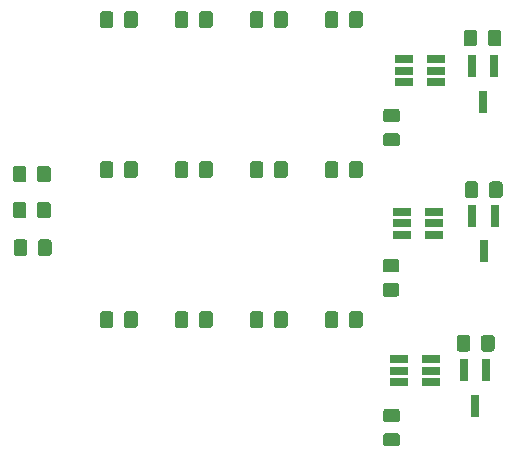
<source format=gbr>
G04 #@! TF.GenerationSoftware,KiCad,Pcbnew,(5.1.5)-3*
G04 #@! TF.CreationDate,2020-02-02T14:59:38+01:00*
G04 #@! TF.ProjectId,12bitbadge,31326269-7462-4616-9467-652e6b696361,rev?*
G04 #@! TF.SameCoordinates,Original*
G04 #@! TF.FileFunction,Paste,Top*
G04 #@! TF.FilePolarity,Positive*
%FSLAX46Y46*%
G04 Gerber Fmt 4.6, Leading zero omitted, Abs format (unit mm)*
G04 Created by KiCad (PCBNEW (5.1.5)-3) date 2020-02-02 14:59:38*
%MOMM*%
%LPD*%
G04 APERTURE LIST*
%ADD10R,0.800000X1.900000*%
%ADD11C,0.100000*%
%ADD12R,1.560000X0.650000*%
G04 APERTURE END LIST*
D10*
X186100000Y-79950000D03*
X185150000Y-76950000D03*
X187050000Y-76950000D03*
X186850000Y-66850000D03*
X185900000Y-63850000D03*
X187800000Y-63850000D03*
X186800000Y-54200000D03*
X185850000Y-51200000D03*
X187750000Y-51200000D03*
D11*
G36*
X187549505Y-73951204D02*
G01*
X187573773Y-73954804D01*
X187597572Y-73960765D01*
X187620671Y-73969030D01*
X187642850Y-73979520D01*
X187663893Y-73992132D01*
X187683599Y-74006747D01*
X187701777Y-74023223D01*
X187718253Y-74041401D01*
X187732868Y-74061107D01*
X187745480Y-74082150D01*
X187755970Y-74104329D01*
X187764235Y-74127428D01*
X187770196Y-74151227D01*
X187773796Y-74175495D01*
X187775000Y-74199999D01*
X187775000Y-75100001D01*
X187773796Y-75124505D01*
X187770196Y-75148773D01*
X187764235Y-75172572D01*
X187755970Y-75195671D01*
X187745480Y-75217850D01*
X187732868Y-75238893D01*
X187718253Y-75258599D01*
X187701777Y-75276777D01*
X187683599Y-75293253D01*
X187663893Y-75307868D01*
X187642850Y-75320480D01*
X187620671Y-75330970D01*
X187597572Y-75339235D01*
X187573773Y-75345196D01*
X187549505Y-75348796D01*
X187525001Y-75350000D01*
X186874999Y-75350000D01*
X186850495Y-75348796D01*
X186826227Y-75345196D01*
X186802428Y-75339235D01*
X186779329Y-75330970D01*
X186757150Y-75320480D01*
X186736107Y-75307868D01*
X186716401Y-75293253D01*
X186698223Y-75276777D01*
X186681747Y-75258599D01*
X186667132Y-75238893D01*
X186654520Y-75217850D01*
X186644030Y-75195671D01*
X186635765Y-75172572D01*
X186629804Y-75148773D01*
X186626204Y-75124505D01*
X186625000Y-75100001D01*
X186625000Y-74199999D01*
X186626204Y-74175495D01*
X186629804Y-74151227D01*
X186635765Y-74127428D01*
X186644030Y-74104329D01*
X186654520Y-74082150D01*
X186667132Y-74061107D01*
X186681747Y-74041401D01*
X186698223Y-74023223D01*
X186716401Y-74006747D01*
X186736107Y-73992132D01*
X186757150Y-73979520D01*
X186779329Y-73969030D01*
X186802428Y-73960765D01*
X186826227Y-73954804D01*
X186850495Y-73951204D01*
X186874999Y-73950000D01*
X187525001Y-73950000D01*
X187549505Y-73951204D01*
G37*
G36*
X185499505Y-73951204D02*
G01*
X185523773Y-73954804D01*
X185547572Y-73960765D01*
X185570671Y-73969030D01*
X185592850Y-73979520D01*
X185613893Y-73992132D01*
X185633599Y-74006747D01*
X185651777Y-74023223D01*
X185668253Y-74041401D01*
X185682868Y-74061107D01*
X185695480Y-74082150D01*
X185705970Y-74104329D01*
X185714235Y-74127428D01*
X185720196Y-74151227D01*
X185723796Y-74175495D01*
X185725000Y-74199999D01*
X185725000Y-75100001D01*
X185723796Y-75124505D01*
X185720196Y-75148773D01*
X185714235Y-75172572D01*
X185705970Y-75195671D01*
X185695480Y-75217850D01*
X185682868Y-75238893D01*
X185668253Y-75258599D01*
X185651777Y-75276777D01*
X185633599Y-75293253D01*
X185613893Y-75307868D01*
X185592850Y-75320480D01*
X185570671Y-75330970D01*
X185547572Y-75339235D01*
X185523773Y-75345196D01*
X185499505Y-75348796D01*
X185475001Y-75350000D01*
X184824999Y-75350000D01*
X184800495Y-75348796D01*
X184776227Y-75345196D01*
X184752428Y-75339235D01*
X184729329Y-75330970D01*
X184707150Y-75320480D01*
X184686107Y-75307868D01*
X184666401Y-75293253D01*
X184648223Y-75276777D01*
X184631747Y-75258599D01*
X184617132Y-75238893D01*
X184604520Y-75217850D01*
X184594030Y-75195671D01*
X184585765Y-75172572D01*
X184579804Y-75148773D01*
X184576204Y-75124505D01*
X184575000Y-75100001D01*
X184575000Y-74199999D01*
X184576204Y-74175495D01*
X184579804Y-74151227D01*
X184585765Y-74127428D01*
X184594030Y-74104329D01*
X184604520Y-74082150D01*
X184617132Y-74061107D01*
X184631747Y-74041401D01*
X184648223Y-74023223D01*
X184666401Y-74006747D01*
X184686107Y-73992132D01*
X184707150Y-73979520D01*
X184729329Y-73969030D01*
X184752428Y-73960765D01*
X184776227Y-73954804D01*
X184800495Y-73951204D01*
X184824999Y-73950000D01*
X185475001Y-73950000D01*
X185499505Y-73951204D01*
G37*
G36*
X188224505Y-60951204D02*
G01*
X188248773Y-60954804D01*
X188272572Y-60960765D01*
X188295671Y-60969030D01*
X188317850Y-60979520D01*
X188338893Y-60992132D01*
X188358599Y-61006747D01*
X188376777Y-61023223D01*
X188393253Y-61041401D01*
X188407868Y-61061107D01*
X188420480Y-61082150D01*
X188430970Y-61104329D01*
X188439235Y-61127428D01*
X188445196Y-61151227D01*
X188448796Y-61175495D01*
X188450000Y-61199999D01*
X188450000Y-62100001D01*
X188448796Y-62124505D01*
X188445196Y-62148773D01*
X188439235Y-62172572D01*
X188430970Y-62195671D01*
X188420480Y-62217850D01*
X188407868Y-62238893D01*
X188393253Y-62258599D01*
X188376777Y-62276777D01*
X188358599Y-62293253D01*
X188338893Y-62307868D01*
X188317850Y-62320480D01*
X188295671Y-62330970D01*
X188272572Y-62339235D01*
X188248773Y-62345196D01*
X188224505Y-62348796D01*
X188200001Y-62350000D01*
X187549999Y-62350000D01*
X187525495Y-62348796D01*
X187501227Y-62345196D01*
X187477428Y-62339235D01*
X187454329Y-62330970D01*
X187432150Y-62320480D01*
X187411107Y-62307868D01*
X187391401Y-62293253D01*
X187373223Y-62276777D01*
X187356747Y-62258599D01*
X187342132Y-62238893D01*
X187329520Y-62217850D01*
X187319030Y-62195671D01*
X187310765Y-62172572D01*
X187304804Y-62148773D01*
X187301204Y-62124505D01*
X187300000Y-62100001D01*
X187300000Y-61199999D01*
X187301204Y-61175495D01*
X187304804Y-61151227D01*
X187310765Y-61127428D01*
X187319030Y-61104329D01*
X187329520Y-61082150D01*
X187342132Y-61061107D01*
X187356747Y-61041401D01*
X187373223Y-61023223D01*
X187391401Y-61006747D01*
X187411107Y-60992132D01*
X187432150Y-60979520D01*
X187454329Y-60969030D01*
X187477428Y-60960765D01*
X187501227Y-60954804D01*
X187525495Y-60951204D01*
X187549999Y-60950000D01*
X188200001Y-60950000D01*
X188224505Y-60951204D01*
G37*
G36*
X186174505Y-60951204D02*
G01*
X186198773Y-60954804D01*
X186222572Y-60960765D01*
X186245671Y-60969030D01*
X186267850Y-60979520D01*
X186288893Y-60992132D01*
X186308599Y-61006747D01*
X186326777Y-61023223D01*
X186343253Y-61041401D01*
X186357868Y-61061107D01*
X186370480Y-61082150D01*
X186380970Y-61104329D01*
X186389235Y-61127428D01*
X186395196Y-61151227D01*
X186398796Y-61175495D01*
X186400000Y-61199999D01*
X186400000Y-62100001D01*
X186398796Y-62124505D01*
X186395196Y-62148773D01*
X186389235Y-62172572D01*
X186380970Y-62195671D01*
X186370480Y-62217850D01*
X186357868Y-62238893D01*
X186343253Y-62258599D01*
X186326777Y-62276777D01*
X186308599Y-62293253D01*
X186288893Y-62307868D01*
X186267850Y-62320480D01*
X186245671Y-62330970D01*
X186222572Y-62339235D01*
X186198773Y-62345196D01*
X186174505Y-62348796D01*
X186150001Y-62350000D01*
X185499999Y-62350000D01*
X185475495Y-62348796D01*
X185451227Y-62345196D01*
X185427428Y-62339235D01*
X185404329Y-62330970D01*
X185382150Y-62320480D01*
X185361107Y-62307868D01*
X185341401Y-62293253D01*
X185323223Y-62276777D01*
X185306747Y-62258599D01*
X185292132Y-62238893D01*
X185279520Y-62217850D01*
X185269030Y-62195671D01*
X185260765Y-62172572D01*
X185254804Y-62148773D01*
X185251204Y-62124505D01*
X185250000Y-62100001D01*
X185250000Y-61199999D01*
X185251204Y-61175495D01*
X185254804Y-61151227D01*
X185260765Y-61127428D01*
X185269030Y-61104329D01*
X185279520Y-61082150D01*
X185292132Y-61061107D01*
X185306747Y-61041401D01*
X185323223Y-61023223D01*
X185341401Y-61006747D01*
X185361107Y-60992132D01*
X185382150Y-60979520D01*
X185404329Y-60969030D01*
X185427428Y-60960765D01*
X185451227Y-60954804D01*
X185475495Y-60951204D01*
X185499999Y-60950000D01*
X186150001Y-60950000D01*
X186174505Y-60951204D01*
G37*
G36*
X188124505Y-48101204D02*
G01*
X188148773Y-48104804D01*
X188172572Y-48110765D01*
X188195671Y-48119030D01*
X188217850Y-48129520D01*
X188238893Y-48142132D01*
X188258599Y-48156747D01*
X188276777Y-48173223D01*
X188293253Y-48191401D01*
X188307868Y-48211107D01*
X188320480Y-48232150D01*
X188330970Y-48254329D01*
X188339235Y-48277428D01*
X188345196Y-48301227D01*
X188348796Y-48325495D01*
X188350000Y-48349999D01*
X188350000Y-49250001D01*
X188348796Y-49274505D01*
X188345196Y-49298773D01*
X188339235Y-49322572D01*
X188330970Y-49345671D01*
X188320480Y-49367850D01*
X188307868Y-49388893D01*
X188293253Y-49408599D01*
X188276777Y-49426777D01*
X188258599Y-49443253D01*
X188238893Y-49457868D01*
X188217850Y-49470480D01*
X188195671Y-49480970D01*
X188172572Y-49489235D01*
X188148773Y-49495196D01*
X188124505Y-49498796D01*
X188100001Y-49500000D01*
X187449999Y-49500000D01*
X187425495Y-49498796D01*
X187401227Y-49495196D01*
X187377428Y-49489235D01*
X187354329Y-49480970D01*
X187332150Y-49470480D01*
X187311107Y-49457868D01*
X187291401Y-49443253D01*
X187273223Y-49426777D01*
X187256747Y-49408599D01*
X187242132Y-49388893D01*
X187229520Y-49367850D01*
X187219030Y-49345671D01*
X187210765Y-49322572D01*
X187204804Y-49298773D01*
X187201204Y-49274505D01*
X187200000Y-49250001D01*
X187200000Y-48349999D01*
X187201204Y-48325495D01*
X187204804Y-48301227D01*
X187210765Y-48277428D01*
X187219030Y-48254329D01*
X187229520Y-48232150D01*
X187242132Y-48211107D01*
X187256747Y-48191401D01*
X187273223Y-48173223D01*
X187291401Y-48156747D01*
X187311107Y-48142132D01*
X187332150Y-48129520D01*
X187354329Y-48119030D01*
X187377428Y-48110765D01*
X187401227Y-48104804D01*
X187425495Y-48101204D01*
X187449999Y-48100000D01*
X188100001Y-48100000D01*
X188124505Y-48101204D01*
G37*
G36*
X186074505Y-48101204D02*
G01*
X186098773Y-48104804D01*
X186122572Y-48110765D01*
X186145671Y-48119030D01*
X186167850Y-48129520D01*
X186188893Y-48142132D01*
X186208599Y-48156747D01*
X186226777Y-48173223D01*
X186243253Y-48191401D01*
X186257868Y-48211107D01*
X186270480Y-48232150D01*
X186280970Y-48254329D01*
X186289235Y-48277428D01*
X186295196Y-48301227D01*
X186298796Y-48325495D01*
X186300000Y-48349999D01*
X186300000Y-49250001D01*
X186298796Y-49274505D01*
X186295196Y-49298773D01*
X186289235Y-49322572D01*
X186280970Y-49345671D01*
X186270480Y-49367850D01*
X186257868Y-49388893D01*
X186243253Y-49408599D01*
X186226777Y-49426777D01*
X186208599Y-49443253D01*
X186188893Y-49457868D01*
X186167850Y-49470480D01*
X186145671Y-49480970D01*
X186122572Y-49489235D01*
X186098773Y-49495196D01*
X186074505Y-49498796D01*
X186050001Y-49500000D01*
X185399999Y-49500000D01*
X185375495Y-49498796D01*
X185351227Y-49495196D01*
X185327428Y-49489235D01*
X185304329Y-49480970D01*
X185282150Y-49470480D01*
X185261107Y-49457868D01*
X185241401Y-49443253D01*
X185223223Y-49426777D01*
X185206747Y-49408599D01*
X185192132Y-49388893D01*
X185179520Y-49367850D01*
X185169030Y-49345671D01*
X185160765Y-49322572D01*
X185154804Y-49298773D01*
X185151204Y-49274505D01*
X185150000Y-49250001D01*
X185150000Y-48349999D01*
X185151204Y-48325495D01*
X185154804Y-48301227D01*
X185160765Y-48277428D01*
X185169030Y-48254329D01*
X185179520Y-48232150D01*
X185192132Y-48211107D01*
X185206747Y-48191401D01*
X185223223Y-48173223D01*
X185241401Y-48156747D01*
X185261107Y-48142132D01*
X185282150Y-48129520D01*
X185304329Y-48119030D01*
X185327428Y-48110765D01*
X185351227Y-48104804D01*
X185375495Y-48101204D01*
X185399999Y-48100000D01*
X186050001Y-48100000D01*
X186074505Y-48101204D01*
G37*
D12*
X182400000Y-76962000D03*
X182400000Y-76012000D03*
X182400000Y-77912000D03*
X179700000Y-77912000D03*
X179700000Y-76962000D03*
X179700000Y-76012000D03*
X182650000Y-64500000D03*
X182650000Y-63550000D03*
X182650000Y-65450000D03*
X179950000Y-65450000D03*
X179950000Y-64500000D03*
X179950000Y-63550000D03*
X182800000Y-51562000D03*
X182800000Y-50612000D03*
X182800000Y-52512000D03*
X180100000Y-52512000D03*
X180100000Y-51562000D03*
X180100000Y-50612000D03*
D11*
G36*
X147993005Y-65849204D02*
G01*
X148017273Y-65852804D01*
X148041072Y-65858765D01*
X148064171Y-65867030D01*
X148086350Y-65877520D01*
X148107393Y-65890132D01*
X148127099Y-65904747D01*
X148145277Y-65921223D01*
X148161753Y-65939401D01*
X148176368Y-65959107D01*
X148188980Y-65980150D01*
X148199470Y-66002329D01*
X148207735Y-66025428D01*
X148213696Y-66049227D01*
X148217296Y-66073495D01*
X148218500Y-66097999D01*
X148218500Y-66998001D01*
X148217296Y-67022505D01*
X148213696Y-67046773D01*
X148207735Y-67070572D01*
X148199470Y-67093671D01*
X148188980Y-67115850D01*
X148176368Y-67136893D01*
X148161753Y-67156599D01*
X148145277Y-67174777D01*
X148127099Y-67191253D01*
X148107393Y-67205868D01*
X148086350Y-67218480D01*
X148064171Y-67228970D01*
X148041072Y-67237235D01*
X148017273Y-67243196D01*
X147993005Y-67246796D01*
X147968501Y-67248000D01*
X147318499Y-67248000D01*
X147293995Y-67246796D01*
X147269727Y-67243196D01*
X147245928Y-67237235D01*
X147222829Y-67228970D01*
X147200650Y-67218480D01*
X147179607Y-67205868D01*
X147159901Y-67191253D01*
X147141723Y-67174777D01*
X147125247Y-67156599D01*
X147110632Y-67136893D01*
X147098020Y-67115850D01*
X147087530Y-67093671D01*
X147079265Y-67070572D01*
X147073304Y-67046773D01*
X147069704Y-67022505D01*
X147068500Y-66998001D01*
X147068500Y-66097999D01*
X147069704Y-66073495D01*
X147073304Y-66049227D01*
X147079265Y-66025428D01*
X147087530Y-66002329D01*
X147098020Y-65980150D01*
X147110632Y-65959107D01*
X147125247Y-65939401D01*
X147141723Y-65921223D01*
X147159901Y-65904747D01*
X147179607Y-65890132D01*
X147200650Y-65877520D01*
X147222829Y-65867030D01*
X147245928Y-65858765D01*
X147269727Y-65852804D01*
X147293995Y-65849204D01*
X147318499Y-65848000D01*
X147968501Y-65848000D01*
X147993005Y-65849204D01*
G37*
G36*
X150043005Y-65849204D02*
G01*
X150067273Y-65852804D01*
X150091072Y-65858765D01*
X150114171Y-65867030D01*
X150136350Y-65877520D01*
X150157393Y-65890132D01*
X150177099Y-65904747D01*
X150195277Y-65921223D01*
X150211753Y-65939401D01*
X150226368Y-65959107D01*
X150238980Y-65980150D01*
X150249470Y-66002329D01*
X150257735Y-66025428D01*
X150263696Y-66049227D01*
X150267296Y-66073495D01*
X150268500Y-66097999D01*
X150268500Y-66998001D01*
X150267296Y-67022505D01*
X150263696Y-67046773D01*
X150257735Y-67070572D01*
X150249470Y-67093671D01*
X150238980Y-67115850D01*
X150226368Y-67136893D01*
X150211753Y-67156599D01*
X150195277Y-67174777D01*
X150177099Y-67191253D01*
X150157393Y-67205868D01*
X150136350Y-67218480D01*
X150114171Y-67228970D01*
X150091072Y-67237235D01*
X150067273Y-67243196D01*
X150043005Y-67246796D01*
X150018501Y-67248000D01*
X149368499Y-67248000D01*
X149343995Y-67246796D01*
X149319727Y-67243196D01*
X149295928Y-67237235D01*
X149272829Y-67228970D01*
X149250650Y-67218480D01*
X149229607Y-67205868D01*
X149209901Y-67191253D01*
X149191723Y-67174777D01*
X149175247Y-67156599D01*
X149160632Y-67136893D01*
X149148020Y-67115850D01*
X149137530Y-67093671D01*
X149129265Y-67070572D01*
X149123304Y-67046773D01*
X149119704Y-67022505D01*
X149118500Y-66998001D01*
X149118500Y-66097999D01*
X149119704Y-66073495D01*
X149123304Y-66049227D01*
X149129265Y-66025428D01*
X149137530Y-66002329D01*
X149148020Y-65980150D01*
X149160632Y-65959107D01*
X149175247Y-65939401D01*
X149191723Y-65921223D01*
X149209901Y-65904747D01*
X149229607Y-65890132D01*
X149250650Y-65877520D01*
X149272829Y-65867030D01*
X149295928Y-65858765D01*
X149319727Y-65852804D01*
X149343995Y-65849204D01*
X149368499Y-65848000D01*
X150018501Y-65848000D01*
X150043005Y-65849204D01*
G37*
G36*
X147914505Y-62674204D02*
G01*
X147938773Y-62677804D01*
X147962572Y-62683765D01*
X147985671Y-62692030D01*
X148007850Y-62702520D01*
X148028893Y-62715132D01*
X148048599Y-62729747D01*
X148066777Y-62746223D01*
X148083253Y-62764401D01*
X148097868Y-62784107D01*
X148110480Y-62805150D01*
X148120970Y-62827329D01*
X148129235Y-62850428D01*
X148135196Y-62874227D01*
X148138796Y-62898495D01*
X148140000Y-62922999D01*
X148140000Y-63823001D01*
X148138796Y-63847505D01*
X148135196Y-63871773D01*
X148129235Y-63895572D01*
X148120970Y-63918671D01*
X148110480Y-63940850D01*
X148097868Y-63961893D01*
X148083253Y-63981599D01*
X148066777Y-63999777D01*
X148048599Y-64016253D01*
X148028893Y-64030868D01*
X148007850Y-64043480D01*
X147985671Y-64053970D01*
X147962572Y-64062235D01*
X147938773Y-64068196D01*
X147914505Y-64071796D01*
X147890001Y-64073000D01*
X147239999Y-64073000D01*
X147215495Y-64071796D01*
X147191227Y-64068196D01*
X147167428Y-64062235D01*
X147144329Y-64053970D01*
X147122150Y-64043480D01*
X147101107Y-64030868D01*
X147081401Y-64016253D01*
X147063223Y-63999777D01*
X147046747Y-63981599D01*
X147032132Y-63961893D01*
X147019520Y-63940850D01*
X147009030Y-63918671D01*
X147000765Y-63895572D01*
X146994804Y-63871773D01*
X146991204Y-63847505D01*
X146990000Y-63823001D01*
X146990000Y-62922999D01*
X146991204Y-62898495D01*
X146994804Y-62874227D01*
X147000765Y-62850428D01*
X147009030Y-62827329D01*
X147019520Y-62805150D01*
X147032132Y-62784107D01*
X147046747Y-62764401D01*
X147063223Y-62746223D01*
X147081401Y-62729747D01*
X147101107Y-62715132D01*
X147122150Y-62702520D01*
X147144329Y-62692030D01*
X147167428Y-62683765D01*
X147191227Y-62677804D01*
X147215495Y-62674204D01*
X147239999Y-62673000D01*
X147890001Y-62673000D01*
X147914505Y-62674204D01*
G37*
G36*
X149964505Y-62674204D02*
G01*
X149988773Y-62677804D01*
X150012572Y-62683765D01*
X150035671Y-62692030D01*
X150057850Y-62702520D01*
X150078893Y-62715132D01*
X150098599Y-62729747D01*
X150116777Y-62746223D01*
X150133253Y-62764401D01*
X150147868Y-62784107D01*
X150160480Y-62805150D01*
X150170970Y-62827329D01*
X150179235Y-62850428D01*
X150185196Y-62874227D01*
X150188796Y-62898495D01*
X150190000Y-62922999D01*
X150190000Y-63823001D01*
X150188796Y-63847505D01*
X150185196Y-63871773D01*
X150179235Y-63895572D01*
X150170970Y-63918671D01*
X150160480Y-63940850D01*
X150147868Y-63961893D01*
X150133253Y-63981599D01*
X150116777Y-63999777D01*
X150098599Y-64016253D01*
X150078893Y-64030868D01*
X150057850Y-64043480D01*
X150035671Y-64053970D01*
X150012572Y-64062235D01*
X149988773Y-64068196D01*
X149964505Y-64071796D01*
X149940001Y-64073000D01*
X149289999Y-64073000D01*
X149265495Y-64071796D01*
X149241227Y-64068196D01*
X149217428Y-64062235D01*
X149194329Y-64053970D01*
X149172150Y-64043480D01*
X149151107Y-64030868D01*
X149131401Y-64016253D01*
X149113223Y-63999777D01*
X149096747Y-63981599D01*
X149082132Y-63961893D01*
X149069520Y-63940850D01*
X149059030Y-63918671D01*
X149050765Y-63895572D01*
X149044804Y-63871773D01*
X149041204Y-63847505D01*
X149040000Y-63823001D01*
X149040000Y-62922999D01*
X149041204Y-62898495D01*
X149044804Y-62874227D01*
X149050765Y-62850428D01*
X149059030Y-62827329D01*
X149069520Y-62805150D01*
X149082132Y-62784107D01*
X149096747Y-62764401D01*
X149113223Y-62746223D01*
X149131401Y-62729747D01*
X149151107Y-62715132D01*
X149172150Y-62702520D01*
X149194329Y-62692030D01*
X149217428Y-62683765D01*
X149241227Y-62677804D01*
X149265495Y-62674204D01*
X149289999Y-62673000D01*
X149940001Y-62673000D01*
X149964505Y-62674204D01*
G37*
G36*
X147914505Y-59626204D02*
G01*
X147938773Y-59629804D01*
X147962572Y-59635765D01*
X147985671Y-59644030D01*
X148007850Y-59654520D01*
X148028893Y-59667132D01*
X148048599Y-59681747D01*
X148066777Y-59698223D01*
X148083253Y-59716401D01*
X148097868Y-59736107D01*
X148110480Y-59757150D01*
X148120970Y-59779329D01*
X148129235Y-59802428D01*
X148135196Y-59826227D01*
X148138796Y-59850495D01*
X148140000Y-59874999D01*
X148140000Y-60775001D01*
X148138796Y-60799505D01*
X148135196Y-60823773D01*
X148129235Y-60847572D01*
X148120970Y-60870671D01*
X148110480Y-60892850D01*
X148097868Y-60913893D01*
X148083253Y-60933599D01*
X148066777Y-60951777D01*
X148048599Y-60968253D01*
X148028893Y-60982868D01*
X148007850Y-60995480D01*
X147985671Y-61005970D01*
X147962572Y-61014235D01*
X147938773Y-61020196D01*
X147914505Y-61023796D01*
X147890001Y-61025000D01*
X147239999Y-61025000D01*
X147215495Y-61023796D01*
X147191227Y-61020196D01*
X147167428Y-61014235D01*
X147144329Y-61005970D01*
X147122150Y-60995480D01*
X147101107Y-60982868D01*
X147081401Y-60968253D01*
X147063223Y-60951777D01*
X147046747Y-60933599D01*
X147032132Y-60913893D01*
X147019520Y-60892850D01*
X147009030Y-60870671D01*
X147000765Y-60847572D01*
X146994804Y-60823773D01*
X146991204Y-60799505D01*
X146990000Y-60775001D01*
X146990000Y-59874999D01*
X146991204Y-59850495D01*
X146994804Y-59826227D01*
X147000765Y-59802428D01*
X147009030Y-59779329D01*
X147019520Y-59757150D01*
X147032132Y-59736107D01*
X147046747Y-59716401D01*
X147063223Y-59698223D01*
X147081401Y-59681747D01*
X147101107Y-59667132D01*
X147122150Y-59654520D01*
X147144329Y-59644030D01*
X147167428Y-59635765D01*
X147191227Y-59629804D01*
X147215495Y-59626204D01*
X147239999Y-59625000D01*
X147890001Y-59625000D01*
X147914505Y-59626204D01*
G37*
G36*
X149964505Y-59626204D02*
G01*
X149988773Y-59629804D01*
X150012572Y-59635765D01*
X150035671Y-59644030D01*
X150057850Y-59654520D01*
X150078893Y-59667132D01*
X150098599Y-59681747D01*
X150116777Y-59698223D01*
X150133253Y-59716401D01*
X150147868Y-59736107D01*
X150160480Y-59757150D01*
X150170970Y-59779329D01*
X150179235Y-59802428D01*
X150185196Y-59826227D01*
X150188796Y-59850495D01*
X150190000Y-59874999D01*
X150190000Y-60775001D01*
X150188796Y-60799505D01*
X150185196Y-60823773D01*
X150179235Y-60847572D01*
X150170970Y-60870671D01*
X150160480Y-60892850D01*
X150147868Y-60913893D01*
X150133253Y-60933599D01*
X150116777Y-60951777D01*
X150098599Y-60968253D01*
X150078893Y-60982868D01*
X150057850Y-60995480D01*
X150035671Y-61005970D01*
X150012572Y-61014235D01*
X149988773Y-61020196D01*
X149964505Y-61023796D01*
X149940001Y-61025000D01*
X149289999Y-61025000D01*
X149265495Y-61023796D01*
X149241227Y-61020196D01*
X149217428Y-61014235D01*
X149194329Y-61005970D01*
X149172150Y-60995480D01*
X149151107Y-60982868D01*
X149131401Y-60968253D01*
X149113223Y-60951777D01*
X149096747Y-60933599D01*
X149082132Y-60913893D01*
X149069520Y-60892850D01*
X149059030Y-60870671D01*
X149050765Y-60847572D01*
X149044804Y-60823773D01*
X149041204Y-60799505D01*
X149040000Y-60775001D01*
X149040000Y-59874999D01*
X149041204Y-59850495D01*
X149044804Y-59826227D01*
X149050765Y-59802428D01*
X149059030Y-59779329D01*
X149069520Y-59757150D01*
X149082132Y-59736107D01*
X149096747Y-59716401D01*
X149113223Y-59698223D01*
X149131401Y-59681747D01*
X149151107Y-59667132D01*
X149172150Y-59654520D01*
X149194329Y-59644030D01*
X149217428Y-59635765D01*
X149241227Y-59629804D01*
X149265495Y-59626204D01*
X149289999Y-59625000D01*
X149940001Y-59625000D01*
X149964505Y-59626204D01*
G37*
G36*
X179524505Y-80188704D02*
G01*
X179548773Y-80192304D01*
X179572572Y-80198265D01*
X179595671Y-80206530D01*
X179617850Y-80217020D01*
X179638893Y-80229632D01*
X179658599Y-80244247D01*
X179676777Y-80260723D01*
X179693253Y-80278901D01*
X179707868Y-80298607D01*
X179720480Y-80319650D01*
X179730970Y-80341829D01*
X179739235Y-80364928D01*
X179745196Y-80388727D01*
X179748796Y-80412995D01*
X179750000Y-80437499D01*
X179750000Y-81087501D01*
X179748796Y-81112005D01*
X179745196Y-81136273D01*
X179739235Y-81160072D01*
X179730970Y-81183171D01*
X179720480Y-81205350D01*
X179707868Y-81226393D01*
X179693253Y-81246099D01*
X179676777Y-81264277D01*
X179658599Y-81280753D01*
X179638893Y-81295368D01*
X179617850Y-81307980D01*
X179595671Y-81318470D01*
X179572572Y-81326735D01*
X179548773Y-81332696D01*
X179524505Y-81336296D01*
X179500001Y-81337500D01*
X178599999Y-81337500D01*
X178575495Y-81336296D01*
X178551227Y-81332696D01*
X178527428Y-81326735D01*
X178504329Y-81318470D01*
X178482150Y-81307980D01*
X178461107Y-81295368D01*
X178441401Y-81280753D01*
X178423223Y-81264277D01*
X178406747Y-81246099D01*
X178392132Y-81226393D01*
X178379520Y-81205350D01*
X178369030Y-81183171D01*
X178360765Y-81160072D01*
X178354804Y-81136273D01*
X178351204Y-81112005D01*
X178350000Y-81087501D01*
X178350000Y-80437499D01*
X178351204Y-80412995D01*
X178354804Y-80388727D01*
X178360765Y-80364928D01*
X178369030Y-80341829D01*
X178379520Y-80319650D01*
X178392132Y-80298607D01*
X178406747Y-80278901D01*
X178423223Y-80260723D01*
X178441401Y-80244247D01*
X178461107Y-80229632D01*
X178482150Y-80217020D01*
X178504329Y-80206530D01*
X178527428Y-80198265D01*
X178551227Y-80192304D01*
X178575495Y-80188704D01*
X178599999Y-80187500D01*
X179500001Y-80187500D01*
X179524505Y-80188704D01*
G37*
G36*
X179524505Y-82238704D02*
G01*
X179548773Y-82242304D01*
X179572572Y-82248265D01*
X179595671Y-82256530D01*
X179617850Y-82267020D01*
X179638893Y-82279632D01*
X179658599Y-82294247D01*
X179676777Y-82310723D01*
X179693253Y-82328901D01*
X179707868Y-82348607D01*
X179720480Y-82369650D01*
X179730970Y-82391829D01*
X179739235Y-82414928D01*
X179745196Y-82438727D01*
X179748796Y-82462995D01*
X179750000Y-82487499D01*
X179750000Y-83137501D01*
X179748796Y-83162005D01*
X179745196Y-83186273D01*
X179739235Y-83210072D01*
X179730970Y-83233171D01*
X179720480Y-83255350D01*
X179707868Y-83276393D01*
X179693253Y-83296099D01*
X179676777Y-83314277D01*
X179658599Y-83330753D01*
X179638893Y-83345368D01*
X179617850Y-83357980D01*
X179595671Y-83368470D01*
X179572572Y-83376735D01*
X179548773Y-83382696D01*
X179524505Y-83386296D01*
X179500001Y-83387500D01*
X178599999Y-83387500D01*
X178575495Y-83386296D01*
X178551227Y-83382696D01*
X178527428Y-83376735D01*
X178504329Y-83368470D01*
X178482150Y-83357980D01*
X178461107Y-83345368D01*
X178441401Y-83330753D01*
X178423223Y-83314277D01*
X178406747Y-83296099D01*
X178392132Y-83276393D01*
X178379520Y-83255350D01*
X178369030Y-83233171D01*
X178360765Y-83210072D01*
X178354804Y-83186273D01*
X178351204Y-83162005D01*
X178350000Y-83137501D01*
X178350000Y-82487499D01*
X178351204Y-82462995D01*
X178354804Y-82438727D01*
X178360765Y-82414928D01*
X178369030Y-82391829D01*
X178379520Y-82369650D01*
X178392132Y-82348607D01*
X178406747Y-82328901D01*
X178423223Y-82310723D01*
X178441401Y-82294247D01*
X178461107Y-82279632D01*
X178482150Y-82267020D01*
X178504329Y-82256530D01*
X178527428Y-82248265D01*
X178551227Y-82242304D01*
X178575495Y-82238704D01*
X178599999Y-82237500D01*
X179500001Y-82237500D01*
X179524505Y-82238704D01*
G37*
G36*
X176380505Y-71945204D02*
G01*
X176404773Y-71948804D01*
X176428572Y-71954765D01*
X176451671Y-71963030D01*
X176473850Y-71973520D01*
X176494893Y-71986132D01*
X176514599Y-72000747D01*
X176532777Y-72017223D01*
X176549253Y-72035401D01*
X176563868Y-72055107D01*
X176576480Y-72076150D01*
X176586970Y-72098329D01*
X176595235Y-72121428D01*
X176601196Y-72145227D01*
X176604796Y-72169495D01*
X176606000Y-72193999D01*
X176606000Y-73094001D01*
X176604796Y-73118505D01*
X176601196Y-73142773D01*
X176595235Y-73166572D01*
X176586970Y-73189671D01*
X176576480Y-73211850D01*
X176563868Y-73232893D01*
X176549253Y-73252599D01*
X176532777Y-73270777D01*
X176514599Y-73287253D01*
X176494893Y-73301868D01*
X176473850Y-73314480D01*
X176451671Y-73324970D01*
X176428572Y-73333235D01*
X176404773Y-73339196D01*
X176380505Y-73342796D01*
X176356001Y-73344000D01*
X175705999Y-73344000D01*
X175681495Y-73342796D01*
X175657227Y-73339196D01*
X175633428Y-73333235D01*
X175610329Y-73324970D01*
X175588150Y-73314480D01*
X175567107Y-73301868D01*
X175547401Y-73287253D01*
X175529223Y-73270777D01*
X175512747Y-73252599D01*
X175498132Y-73232893D01*
X175485520Y-73211850D01*
X175475030Y-73189671D01*
X175466765Y-73166572D01*
X175460804Y-73142773D01*
X175457204Y-73118505D01*
X175456000Y-73094001D01*
X175456000Y-72193999D01*
X175457204Y-72169495D01*
X175460804Y-72145227D01*
X175466765Y-72121428D01*
X175475030Y-72098329D01*
X175485520Y-72076150D01*
X175498132Y-72055107D01*
X175512747Y-72035401D01*
X175529223Y-72017223D01*
X175547401Y-72000747D01*
X175567107Y-71986132D01*
X175588150Y-71973520D01*
X175610329Y-71963030D01*
X175633428Y-71954765D01*
X175657227Y-71948804D01*
X175681495Y-71945204D01*
X175705999Y-71944000D01*
X176356001Y-71944000D01*
X176380505Y-71945204D01*
G37*
G36*
X174330505Y-71945204D02*
G01*
X174354773Y-71948804D01*
X174378572Y-71954765D01*
X174401671Y-71963030D01*
X174423850Y-71973520D01*
X174444893Y-71986132D01*
X174464599Y-72000747D01*
X174482777Y-72017223D01*
X174499253Y-72035401D01*
X174513868Y-72055107D01*
X174526480Y-72076150D01*
X174536970Y-72098329D01*
X174545235Y-72121428D01*
X174551196Y-72145227D01*
X174554796Y-72169495D01*
X174556000Y-72193999D01*
X174556000Y-73094001D01*
X174554796Y-73118505D01*
X174551196Y-73142773D01*
X174545235Y-73166572D01*
X174536970Y-73189671D01*
X174526480Y-73211850D01*
X174513868Y-73232893D01*
X174499253Y-73252599D01*
X174482777Y-73270777D01*
X174464599Y-73287253D01*
X174444893Y-73301868D01*
X174423850Y-73314480D01*
X174401671Y-73324970D01*
X174378572Y-73333235D01*
X174354773Y-73339196D01*
X174330505Y-73342796D01*
X174306001Y-73344000D01*
X173655999Y-73344000D01*
X173631495Y-73342796D01*
X173607227Y-73339196D01*
X173583428Y-73333235D01*
X173560329Y-73324970D01*
X173538150Y-73314480D01*
X173517107Y-73301868D01*
X173497401Y-73287253D01*
X173479223Y-73270777D01*
X173462747Y-73252599D01*
X173448132Y-73232893D01*
X173435520Y-73211850D01*
X173425030Y-73189671D01*
X173416765Y-73166572D01*
X173410804Y-73142773D01*
X173407204Y-73118505D01*
X173406000Y-73094001D01*
X173406000Y-72193999D01*
X173407204Y-72169495D01*
X173410804Y-72145227D01*
X173416765Y-72121428D01*
X173425030Y-72098329D01*
X173435520Y-72076150D01*
X173448132Y-72055107D01*
X173462747Y-72035401D01*
X173479223Y-72017223D01*
X173497401Y-72000747D01*
X173517107Y-71986132D01*
X173538150Y-71973520D01*
X173560329Y-71963030D01*
X173583428Y-71954765D01*
X173607227Y-71948804D01*
X173631495Y-71945204D01*
X173655999Y-71944000D01*
X174306001Y-71944000D01*
X174330505Y-71945204D01*
G37*
G36*
X170030505Y-71945204D02*
G01*
X170054773Y-71948804D01*
X170078572Y-71954765D01*
X170101671Y-71963030D01*
X170123850Y-71973520D01*
X170144893Y-71986132D01*
X170164599Y-72000747D01*
X170182777Y-72017223D01*
X170199253Y-72035401D01*
X170213868Y-72055107D01*
X170226480Y-72076150D01*
X170236970Y-72098329D01*
X170245235Y-72121428D01*
X170251196Y-72145227D01*
X170254796Y-72169495D01*
X170256000Y-72193999D01*
X170256000Y-73094001D01*
X170254796Y-73118505D01*
X170251196Y-73142773D01*
X170245235Y-73166572D01*
X170236970Y-73189671D01*
X170226480Y-73211850D01*
X170213868Y-73232893D01*
X170199253Y-73252599D01*
X170182777Y-73270777D01*
X170164599Y-73287253D01*
X170144893Y-73301868D01*
X170123850Y-73314480D01*
X170101671Y-73324970D01*
X170078572Y-73333235D01*
X170054773Y-73339196D01*
X170030505Y-73342796D01*
X170006001Y-73344000D01*
X169355999Y-73344000D01*
X169331495Y-73342796D01*
X169307227Y-73339196D01*
X169283428Y-73333235D01*
X169260329Y-73324970D01*
X169238150Y-73314480D01*
X169217107Y-73301868D01*
X169197401Y-73287253D01*
X169179223Y-73270777D01*
X169162747Y-73252599D01*
X169148132Y-73232893D01*
X169135520Y-73211850D01*
X169125030Y-73189671D01*
X169116765Y-73166572D01*
X169110804Y-73142773D01*
X169107204Y-73118505D01*
X169106000Y-73094001D01*
X169106000Y-72193999D01*
X169107204Y-72169495D01*
X169110804Y-72145227D01*
X169116765Y-72121428D01*
X169125030Y-72098329D01*
X169135520Y-72076150D01*
X169148132Y-72055107D01*
X169162747Y-72035401D01*
X169179223Y-72017223D01*
X169197401Y-72000747D01*
X169217107Y-71986132D01*
X169238150Y-71973520D01*
X169260329Y-71963030D01*
X169283428Y-71954765D01*
X169307227Y-71948804D01*
X169331495Y-71945204D01*
X169355999Y-71944000D01*
X170006001Y-71944000D01*
X170030505Y-71945204D01*
G37*
G36*
X167980505Y-71945204D02*
G01*
X168004773Y-71948804D01*
X168028572Y-71954765D01*
X168051671Y-71963030D01*
X168073850Y-71973520D01*
X168094893Y-71986132D01*
X168114599Y-72000747D01*
X168132777Y-72017223D01*
X168149253Y-72035401D01*
X168163868Y-72055107D01*
X168176480Y-72076150D01*
X168186970Y-72098329D01*
X168195235Y-72121428D01*
X168201196Y-72145227D01*
X168204796Y-72169495D01*
X168206000Y-72193999D01*
X168206000Y-73094001D01*
X168204796Y-73118505D01*
X168201196Y-73142773D01*
X168195235Y-73166572D01*
X168186970Y-73189671D01*
X168176480Y-73211850D01*
X168163868Y-73232893D01*
X168149253Y-73252599D01*
X168132777Y-73270777D01*
X168114599Y-73287253D01*
X168094893Y-73301868D01*
X168073850Y-73314480D01*
X168051671Y-73324970D01*
X168028572Y-73333235D01*
X168004773Y-73339196D01*
X167980505Y-73342796D01*
X167956001Y-73344000D01*
X167305999Y-73344000D01*
X167281495Y-73342796D01*
X167257227Y-73339196D01*
X167233428Y-73333235D01*
X167210329Y-73324970D01*
X167188150Y-73314480D01*
X167167107Y-73301868D01*
X167147401Y-73287253D01*
X167129223Y-73270777D01*
X167112747Y-73252599D01*
X167098132Y-73232893D01*
X167085520Y-73211850D01*
X167075030Y-73189671D01*
X167066765Y-73166572D01*
X167060804Y-73142773D01*
X167057204Y-73118505D01*
X167056000Y-73094001D01*
X167056000Y-72193999D01*
X167057204Y-72169495D01*
X167060804Y-72145227D01*
X167066765Y-72121428D01*
X167075030Y-72098329D01*
X167085520Y-72076150D01*
X167098132Y-72055107D01*
X167112747Y-72035401D01*
X167129223Y-72017223D01*
X167147401Y-72000747D01*
X167167107Y-71986132D01*
X167188150Y-71973520D01*
X167210329Y-71963030D01*
X167233428Y-71954765D01*
X167257227Y-71948804D01*
X167281495Y-71945204D01*
X167305999Y-71944000D01*
X167956001Y-71944000D01*
X167980505Y-71945204D01*
G37*
G36*
X163680505Y-71945204D02*
G01*
X163704773Y-71948804D01*
X163728572Y-71954765D01*
X163751671Y-71963030D01*
X163773850Y-71973520D01*
X163794893Y-71986132D01*
X163814599Y-72000747D01*
X163832777Y-72017223D01*
X163849253Y-72035401D01*
X163863868Y-72055107D01*
X163876480Y-72076150D01*
X163886970Y-72098329D01*
X163895235Y-72121428D01*
X163901196Y-72145227D01*
X163904796Y-72169495D01*
X163906000Y-72193999D01*
X163906000Y-73094001D01*
X163904796Y-73118505D01*
X163901196Y-73142773D01*
X163895235Y-73166572D01*
X163886970Y-73189671D01*
X163876480Y-73211850D01*
X163863868Y-73232893D01*
X163849253Y-73252599D01*
X163832777Y-73270777D01*
X163814599Y-73287253D01*
X163794893Y-73301868D01*
X163773850Y-73314480D01*
X163751671Y-73324970D01*
X163728572Y-73333235D01*
X163704773Y-73339196D01*
X163680505Y-73342796D01*
X163656001Y-73344000D01*
X163005999Y-73344000D01*
X162981495Y-73342796D01*
X162957227Y-73339196D01*
X162933428Y-73333235D01*
X162910329Y-73324970D01*
X162888150Y-73314480D01*
X162867107Y-73301868D01*
X162847401Y-73287253D01*
X162829223Y-73270777D01*
X162812747Y-73252599D01*
X162798132Y-73232893D01*
X162785520Y-73211850D01*
X162775030Y-73189671D01*
X162766765Y-73166572D01*
X162760804Y-73142773D01*
X162757204Y-73118505D01*
X162756000Y-73094001D01*
X162756000Y-72193999D01*
X162757204Y-72169495D01*
X162760804Y-72145227D01*
X162766765Y-72121428D01*
X162775030Y-72098329D01*
X162785520Y-72076150D01*
X162798132Y-72055107D01*
X162812747Y-72035401D01*
X162829223Y-72017223D01*
X162847401Y-72000747D01*
X162867107Y-71986132D01*
X162888150Y-71973520D01*
X162910329Y-71963030D01*
X162933428Y-71954765D01*
X162957227Y-71948804D01*
X162981495Y-71945204D01*
X163005999Y-71944000D01*
X163656001Y-71944000D01*
X163680505Y-71945204D01*
G37*
G36*
X161630505Y-71945204D02*
G01*
X161654773Y-71948804D01*
X161678572Y-71954765D01*
X161701671Y-71963030D01*
X161723850Y-71973520D01*
X161744893Y-71986132D01*
X161764599Y-72000747D01*
X161782777Y-72017223D01*
X161799253Y-72035401D01*
X161813868Y-72055107D01*
X161826480Y-72076150D01*
X161836970Y-72098329D01*
X161845235Y-72121428D01*
X161851196Y-72145227D01*
X161854796Y-72169495D01*
X161856000Y-72193999D01*
X161856000Y-73094001D01*
X161854796Y-73118505D01*
X161851196Y-73142773D01*
X161845235Y-73166572D01*
X161836970Y-73189671D01*
X161826480Y-73211850D01*
X161813868Y-73232893D01*
X161799253Y-73252599D01*
X161782777Y-73270777D01*
X161764599Y-73287253D01*
X161744893Y-73301868D01*
X161723850Y-73314480D01*
X161701671Y-73324970D01*
X161678572Y-73333235D01*
X161654773Y-73339196D01*
X161630505Y-73342796D01*
X161606001Y-73344000D01*
X160955999Y-73344000D01*
X160931495Y-73342796D01*
X160907227Y-73339196D01*
X160883428Y-73333235D01*
X160860329Y-73324970D01*
X160838150Y-73314480D01*
X160817107Y-73301868D01*
X160797401Y-73287253D01*
X160779223Y-73270777D01*
X160762747Y-73252599D01*
X160748132Y-73232893D01*
X160735520Y-73211850D01*
X160725030Y-73189671D01*
X160716765Y-73166572D01*
X160710804Y-73142773D01*
X160707204Y-73118505D01*
X160706000Y-73094001D01*
X160706000Y-72193999D01*
X160707204Y-72169495D01*
X160710804Y-72145227D01*
X160716765Y-72121428D01*
X160725030Y-72098329D01*
X160735520Y-72076150D01*
X160748132Y-72055107D01*
X160762747Y-72035401D01*
X160779223Y-72017223D01*
X160797401Y-72000747D01*
X160817107Y-71986132D01*
X160838150Y-71973520D01*
X160860329Y-71963030D01*
X160883428Y-71954765D01*
X160907227Y-71948804D01*
X160931495Y-71945204D01*
X160955999Y-71944000D01*
X161606001Y-71944000D01*
X161630505Y-71945204D01*
G37*
G36*
X157330505Y-71945204D02*
G01*
X157354773Y-71948804D01*
X157378572Y-71954765D01*
X157401671Y-71963030D01*
X157423850Y-71973520D01*
X157444893Y-71986132D01*
X157464599Y-72000747D01*
X157482777Y-72017223D01*
X157499253Y-72035401D01*
X157513868Y-72055107D01*
X157526480Y-72076150D01*
X157536970Y-72098329D01*
X157545235Y-72121428D01*
X157551196Y-72145227D01*
X157554796Y-72169495D01*
X157556000Y-72193999D01*
X157556000Y-73094001D01*
X157554796Y-73118505D01*
X157551196Y-73142773D01*
X157545235Y-73166572D01*
X157536970Y-73189671D01*
X157526480Y-73211850D01*
X157513868Y-73232893D01*
X157499253Y-73252599D01*
X157482777Y-73270777D01*
X157464599Y-73287253D01*
X157444893Y-73301868D01*
X157423850Y-73314480D01*
X157401671Y-73324970D01*
X157378572Y-73333235D01*
X157354773Y-73339196D01*
X157330505Y-73342796D01*
X157306001Y-73344000D01*
X156655999Y-73344000D01*
X156631495Y-73342796D01*
X156607227Y-73339196D01*
X156583428Y-73333235D01*
X156560329Y-73324970D01*
X156538150Y-73314480D01*
X156517107Y-73301868D01*
X156497401Y-73287253D01*
X156479223Y-73270777D01*
X156462747Y-73252599D01*
X156448132Y-73232893D01*
X156435520Y-73211850D01*
X156425030Y-73189671D01*
X156416765Y-73166572D01*
X156410804Y-73142773D01*
X156407204Y-73118505D01*
X156406000Y-73094001D01*
X156406000Y-72193999D01*
X156407204Y-72169495D01*
X156410804Y-72145227D01*
X156416765Y-72121428D01*
X156425030Y-72098329D01*
X156435520Y-72076150D01*
X156448132Y-72055107D01*
X156462747Y-72035401D01*
X156479223Y-72017223D01*
X156497401Y-72000747D01*
X156517107Y-71986132D01*
X156538150Y-71973520D01*
X156560329Y-71963030D01*
X156583428Y-71954765D01*
X156607227Y-71948804D01*
X156631495Y-71945204D01*
X156655999Y-71944000D01*
X157306001Y-71944000D01*
X157330505Y-71945204D01*
G37*
G36*
X155280505Y-71945204D02*
G01*
X155304773Y-71948804D01*
X155328572Y-71954765D01*
X155351671Y-71963030D01*
X155373850Y-71973520D01*
X155394893Y-71986132D01*
X155414599Y-72000747D01*
X155432777Y-72017223D01*
X155449253Y-72035401D01*
X155463868Y-72055107D01*
X155476480Y-72076150D01*
X155486970Y-72098329D01*
X155495235Y-72121428D01*
X155501196Y-72145227D01*
X155504796Y-72169495D01*
X155506000Y-72193999D01*
X155506000Y-73094001D01*
X155504796Y-73118505D01*
X155501196Y-73142773D01*
X155495235Y-73166572D01*
X155486970Y-73189671D01*
X155476480Y-73211850D01*
X155463868Y-73232893D01*
X155449253Y-73252599D01*
X155432777Y-73270777D01*
X155414599Y-73287253D01*
X155394893Y-73301868D01*
X155373850Y-73314480D01*
X155351671Y-73324970D01*
X155328572Y-73333235D01*
X155304773Y-73339196D01*
X155280505Y-73342796D01*
X155256001Y-73344000D01*
X154605999Y-73344000D01*
X154581495Y-73342796D01*
X154557227Y-73339196D01*
X154533428Y-73333235D01*
X154510329Y-73324970D01*
X154488150Y-73314480D01*
X154467107Y-73301868D01*
X154447401Y-73287253D01*
X154429223Y-73270777D01*
X154412747Y-73252599D01*
X154398132Y-73232893D01*
X154385520Y-73211850D01*
X154375030Y-73189671D01*
X154366765Y-73166572D01*
X154360804Y-73142773D01*
X154357204Y-73118505D01*
X154356000Y-73094001D01*
X154356000Y-72193999D01*
X154357204Y-72169495D01*
X154360804Y-72145227D01*
X154366765Y-72121428D01*
X154375030Y-72098329D01*
X154385520Y-72076150D01*
X154398132Y-72055107D01*
X154412747Y-72035401D01*
X154429223Y-72017223D01*
X154447401Y-72000747D01*
X154467107Y-71986132D01*
X154488150Y-71973520D01*
X154510329Y-71963030D01*
X154533428Y-71954765D01*
X154557227Y-71948804D01*
X154581495Y-71945204D01*
X154605999Y-71944000D01*
X155256001Y-71944000D01*
X155280505Y-71945204D01*
G37*
G36*
X179474505Y-67501204D02*
G01*
X179498773Y-67504804D01*
X179522572Y-67510765D01*
X179545671Y-67519030D01*
X179567850Y-67529520D01*
X179588893Y-67542132D01*
X179608599Y-67556747D01*
X179626777Y-67573223D01*
X179643253Y-67591401D01*
X179657868Y-67611107D01*
X179670480Y-67632150D01*
X179680970Y-67654329D01*
X179689235Y-67677428D01*
X179695196Y-67701227D01*
X179698796Y-67725495D01*
X179700000Y-67749999D01*
X179700000Y-68400001D01*
X179698796Y-68424505D01*
X179695196Y-68448773D01*
X179689235Y-68472572D01*
X179680970Y-68495671D01*
X179670480Y-68517850D01*
X179657868Y-68538893D01*
X179643253Y-68558599D01*
X179626777Y-68576777D01*
X179608599Y-68593253D01*
X179588893Y-68607868D01*
X179567850Y-68620480D01*
X179545671Y-68630970D01*
X179522572Y-68639235D01*
X179498773Y-68645196D01*
X179474505Y-68648796D01*
X179450001Y-68650000D01*
X178549999Y-68650000D01*
X178525495Y-68648796D01*
X178501227Y-68645196D01*
X178477428Y-68639235D01*
X178454329Y-68630970D01*
X178432150Y-68620480D01*
X178411107Y-68607868D01*
X178391401Y-68593253D01*
X178373223Y-68576777D01*
X178356747Y-68558599D01*
X178342132Y-68538893D01*
X178329520Y-68517850D01*
X178319030Y-68495671D01*
X178310765Y-68472572D01*
X178304804Y-68448773D01*
X178301204Y-68424505D01*
X178300000Y-68400001D01*
X178300000Y-67749999D01*
X178301204Y-67725495D01*
X178304804Y-67701227D01*
X178310765Y-67677428D01*
X178319030Y-67654329D01*
X178329520Y-67632150D01*
X178342132Y-67611107D01*
X178356747Y-67591401D01*
X178373223Y-67573223D01*
X178391401Y-67556747D01*
X178411107Y-67542132D01*
X178432150Y-67529520D01*
X178454329Y-67519030D01*
X178477428Y-67510765D01*
X178501227Y-67504804D01*
X178525495Y-67501204D01*
X178549999Y-67500000D01*
X179450001Y-67500000D01*
X179474505Y-67501204D01*
G37*
G36*
X179474505Y-69551204D02*
G01*
X179498773Y-69554804D01*
X179522572Y-69560765D01*
X179545671Y-69569030D01*
X179567850Y-69579520D01*
X179588893Y-69592132D01*
X179608599Y-69606747D01*
X179626777Y-69623223D01*
X179643253Y-69641401D01*
X179657868Y-69661107D01*
X179670480Y-69682150D01*
X179680970Y-69704329D01*
X179689235Y-69727428D01*
X179695196Y-69751227D01*
X179698796Y-69775495D01*
X179700000Y-69799999D01*
X179700000Y-70450001D01*
X179698796Y-70474505D01*
X179695196Y-70498773D01*
X179689235Y-70522572D01*
X179680970Y-70545671D01*
X179670480Y-70567850D01*
X179657868Y-70588893D01*
X179643253Y-70608599D01*
X179626777Y-70626777D01*
X179608599Y-70643253D01*
X179588893Y-70657868D01*
X179567850Y-70670480D01*
X179545671Y-70680970D01*
X179522572Y-70689235D01*
X179498773Y-70695196D01*
X179474505Y-70698796D01*
X179450001Y-70700000D01*
X178549999Y-70700000D01*
X178525495Y-70698796D01*
X178501227Y-70695196D01*
X178477428Y-70689235D01*
X178454329Y-70680970D01*
X178432150Y-70670480D01*
X178411107Y-70657868D01*
X178391401Y-70643253D01*
X178373223Y-70626777D01*
X178356747Y-70608599D01*
X178342132Y-70588893D01*
X178329520Y-70567850D01*
X178319030Y-70545671D01*
X178310765Y-70522572D01*
X178304804Y-70498773D01*
X178301204Y-70474505D01*
X178300000Y-70450001D01*
X178300000Y-69799999D01*
X178301204Y-69775495D01*
X178304804Y-69751227D01*
X178310765Y-69727428D01*
X178319030Y-69704329D01*
X178329520Y-69682150D01*
X178342132Y-69661107D01*
X178356747Y-69641401D01*
X178373223Y-69623223D01*
X178391401Y-69606747D01*
X178411107Y-69592132D01*
X178432150Y-69579520D01*
X178454329Y-69569030D01*
X178477428Y-69560765D01*
X178501227Y-69554804D01*
X178525495Y-69551204D01*
X178549999Y-69550000D01*
X179450001Y-69550000D01*
X179474505Y-69551204D01*
G37*
G36*
X176380505Y-59245204D02*
G01*
X176404773Y-59248804D01*
X176428572Y-59254765D01*
X176451671Y-59263030D01*
X176473850Y-59273520D01*
X176494893Y-59286132D01*
X176514599Y-59300747D01*
X176532777Y-59317223D01*
X176549253Y-59335401D01*
X176563868Y-59355107D01*
X176576480Y-59376150D01*
X176586970Y-59398329D01*
X176595235Y-59421428D01*
X176601196Y-59445227D01*
X176604796Y-59469495D01*
X176606000Y-59493999D01*
X176606000Y-60394001D01*
X176604796Y-60418505D01*
X176601196Y-60442773D01*
X176595235Y-60466572D01*
X176586970Y-60489671D01*
X176576480Y-60511850D01*
X176563868Y-60532893D01*
X176549253Y-60552599D01*
X176532777Y-60570777D01*
X176514599Y-60587253D01*
X176494893Y-60601868D01*
X176473850Y-60614480D01*
X176451671Y-60624970D01*
X176428572Y-60633235D01*
X176404773Y-60639196D01*
X176380505Y-60642796D01*
X176356001Y-60644000D01*
X175705999Y-60644000D01*
X175681495Y-60642796D01*
X175657227Y-60639196D01*
X175633428Y-60633235D01*
X175610329Y-60624970D01*
X175588150Y-60614480D01*
X175567107Y-60601868D01*
X175547401Y-60587253D01*
X175529223Y-60570777D01*
X175512747Y-60552599D01*
X175498132Y-60532893D01*
X175485520Y-60511850D01*
X175475030Y-60489671D01*
X175466765Y-60466572D01*
X175460804Y-60442773D01*
X175457204Y-60418505D01*
X175456000Y-60394001D01*
X175456000Y-59493999D01*
X175457204Y-59469495D01*
X175460804Y-59445227D01*
X175466765Y-59421428D01*
X175475030Y-59398329D01*
X175485520Y-59376150D01*
X175498132Y-59355107D01*
X175512747Y-59335401D01*
X175529223Y-59317223D01*
X175547401Y-59300747D01*
X175567107Y-59286132D01*
X175588150Y-59273520D01*
X175610329Y-59263030D01*
X175633428Y-59254765D01*
X175657227Y-59248804D01*
X175681495Y-59245204D01*
X175705999Y-59244000D01*
X176356001Y-59244000D01*
X176380505Y-59245204D01*
G37*
G36*
X174330505Y-59245204D02*
G01*
X174354773Y-59248804D01*
X174378572Y-59254765D01*
X174401671Y-59263030D01*
X174423850Y-59273520D01*
X174444893Y-59286132D01*
X174464599Y-59300747D01*
X174482777Y-59317223D01*
X174499253Y-59335401D01*
X174513868Y-59355107D01*
X174526480Y-59376150D01*
X174536970Y-59398329D01*
X174545235Y-59421428D01*
X174551196Y-59445227D01*
X174554796Y-59469495D01*
X174556000Y-59493999D01*
X174556000Y-60394001D01*
X174554796Y-60418505D01*
X174551196Y-60442773D01*
X174545235Y-60466572D01*
X174536970Y-60489671D01*
X174526480Y-60511850D01*
X174513868Y-60532893D01*
X174499253Y-60552599D01*
X174482777Y-60570777D01*
X174464599Y-60587253D01*
X174444893Y-60601868D01*
X174423850Y-60614480D01*
X174401671Y-60624970D01*
X174378572Y-60633235D01*
X174354773Y-60639196D01*
X174330505Y-60642796D01*
X174306001Y-60644000D01*
X173655999Y-60644000D01*
X173631495Y-60642796D01*
X173607227Y-60639196D01*
X173583428Y-60633235D01*
X173560329Y-60624970D01*
X173538150Y-60614480D01*
X173517107Y-60601868D01*
X173497401Y-60587253D01*
X173479223Y-60570777D01*
X173462747Y-60552599D01*
X173448132Y-60532893D01*
X173435520Y-60511850D01*
X173425030Y-60489671D01*
X173416765Y-60466572D01*
X173410804Y-60442773D01*
X173407204Y-60418505D01*
X173406000Y-60394001D01*
X173406000Y-59493999D01*
X173407204Y-59469495D01*
X173410804Y-59445227D01*
X173416765Y-59421428D01*
X173425030Y-59398329D01*
X173435520Y-59376150D01*
X173448132Y-59355107D01*
X173462747Y-59335401D01*
X173479223Y-59317223D01*
X173497401Y-59300747D01*
X173517107Y-59286132D01*
X173538150Y-59273520D01*
X173560329Y-59263030D01*
X173583428Y-59254765D01*
X173607227Y-59248804D01*
X173631495Y-59245204D01*
X173655999Y-59244000D01*
X174306001Y-59244000D01*
X174330505Y-59245204D01*
G37*
G36*
X170030505Y-59245204D02*
G01*
X170054773Y-59248804D01*
X170078572Y-59254765D01*
X170101671Y-59263030D01*
X170123850Y-59273520D01*
X170144893Y-59286132D01*
X170164599Y-59300747D01*
X170182777Y-59317223D01*
X170199253Y-59335401D01*
X170213868Y-59355107D01*
X170226480Y-59376150D01*
X170236970Y-59398329D01*
X170245235Y-59421428D01*
X170251196Y-59445227D01*
X170254796Y-59469495D01*
X170256000Y-59493999D01*
X170256000Y-60394001D01*
X170254796Y-60418505D01*
X170251196Y-60442773D01*
X170245235Y-60466572D01*
X170236970Y-60489671D01*
X170226480Y-60511850D01*
X170213868Y-60532893D01*
X170199253Y-60552599D01*
X170182777Y-60570777D01*
X170164599Y-60587253D01*
X170144893Y-60601868D01*
X170123850Y-60614480D01*
X170101671Y-60624970D01*
X170078572Y-60633235D01*
X170054773Y-60639196D01*
X170030505Y-60642796D01*
X170006001Y-60644000D01*
X169355999Y-60644000D01*
X169331495Y-60642796D01*
X169307227Y-60639196D01*
X169283428Y-60633235D01*
X169260329Y-60624970D01*
X169238150Y-60614480D01*
X169217107Y-60601868D01*
X169197401Y-60587253D01*
X169179223Y-60570777D01*
X169162747Y-60552599D01*
X169148132Y-60532893D01*
X169135520Y-60511850D01*
X169125030Y-60489671D01*
X169116765Y-60466572D01*
X169110804Y-60442773D01*
X169107204Y-60418505D01*
X169106000Y-60394001D01*
X169106000Y-59493999D01*
X169107204Y-59469495D01*
X169110804Y-59445227D01*
X169116765Y-59421428D01*
X169125030Y-59398329D01*
X169135520Y-59376150D01*
X169148132Y-59355107D01*
X169162747Y-59335401D01*
X169179223Y-59317223D01*
X169197401Y-59300747D01*
X169217107Y-59286132D01*
X169238150Y-59273520D01*
X169260329Y-59263030D01*
X169283428Y-59254765D01*
X169307227Y-59248804D01*
X169331495Y-59245204D01*
X169355999Y-59244000D01*
X170006001Y-59244000D01*
X170030505Y-59245204D01*
G37*
G36*
X167980505Y-59245204D02*
G01*
X168004773Y-59248804D01*
X168028572Y-59254765D01*
X168051671Y-59263030D01*
X168073850Y-59273520D01*
X168094893Y-59286132D01*
X168114599Y-59300747D01*
X168132777Y-59317223D01*
X168149253Y-59335401D01*
X168163868Y-59355107D01*
X168176480Y-59376150D01*
X168186970Y-59398329D01*
X168195235Y-59421428D01*
X168201196Y-59445227D01*
X168204796Y-59469495D01*
X168206000Y-59493999D01*
X168206000Y-60394001D01*
X168204796Y-60418505D01*
X168201196Y-60442773D01*
X168195235Y-60466572D01*
X168186970Y-60489671D01*
X168176480Y-60511850D01*
X168163868Y-60532893D01*
X168149253Y-60552599D01*
X168132777Y-60570777D01*
X168114599Y-60587253D01*
X168094893Y-60601868D01*
X168073850Y-60614480D01*
X168051671Y-60624970D01*
X168028572Y-60633235D01*
X168004773Y-60639196D01*
X167980505Y-60642796D01*
X167956001Y-60644000D01*
X167305999Y-60644000D01*
X167281495Y-60642796D01*
X167257227Y-60639196D01*
X167233428Y-60633235D01*
X167210329Y-60624970D01*
X167188150Y-60614480D01*
X167167107Y-60601868D01*
X167147401Y-60587253D01*
X167129223Y-60570777D01*
X167112747Y-60552599D01*
X167098132Y-60532893D01*
X167085520Y-60511850D01*
X167075030Y-60489671D01*
X167066765Y-60466572D01*
X167060804Y-60442773D01*
X167057204Y-60418505D01*
X167056000Y-60394001D01*
X167056000Y-59493999D01*
X167057204Y-59469495D01*
X167060804Y-59445227D01*
X167066765Y-59421428D01*
X167075030Y-59398329D01*
X167085520Y-59376150D01*
X167098132Y-59355107D01*
X167112747Y-59335401D01*
X167129223Y-59317223D01*
X167147401Y-59300747D01*
X167167107Y-59286132D01*
X167188150Y-59273520D01*
X167210329Y-59263030D01*
X167233428Y-59254765D01*
X167257227Y-59248804D01*
X167281495Y-59245204D01*
X167305999Y-59244000D01*
X167956001Y-59244000D01*
X167980505Y-59245204D01*
G37*
G36*
X163680505Y-59245204D02*
G01*
X163704773Y-59248804D01*
X163728572Y-59254765D01*
X163751671Y-59263030D01*
X163773850Y-59273520D01*
X163794893Y-59286132D01*
X163814599Y-59300747D01*
X163832777Y-59317223D01*
X163849253Y-59335401D01*
X163863868Y-59355107D01*
X163876480Y-59376150D01*
X163886970Y-59398329D01*
X163895235Y-59421428D01*
X163901196Y-59445227D01*
X163904796Y-59469495D01*
X163906000Y-59493999D01*
X163906000Y-60394001D01*
X163904796Y-60418505D01*
X163901196Y-60442773D01*
X163895235Y-60466572D01*
X163886970Y-60489671D01*
X163876480Y-60511850D01*
X163863868Y-60532893D01*
X163849253Y-60552599D01*
X163832777Y-60570777D01*
X163814599Y-60587253D01*
X163794893Y-60601868D01*
X163773850Y-60614480D01*
X163751671Y-60624970D01*
X163728572Y-60633235D01*
X163704773Y-60639196D01*
X163680505Y-60642796D01*
X163656001Y-60644000D01*
X163005999Y-60644000D01*
X162981495Y-60642796D01*
X162957227Y-60639196D01*
X162933428Y-60633235D01*
X162910329Y-60624970D01*
X162888150Y-60614480D01*
X162867107Y-60601868D01*
X162847401Y-60587253D01*
X162829223Y-60570777D01*
X162812747Y-60552599D01*
X162798132Y-60532893D01*
X162785520Y-60511850D01*
X162775030Y-60489671D01*
X162766765Y-60466572D01*
X162760804Y-60442773D01*
X162757204Y-60418505D01*
X162756000Y-60394001D01*
X162756000Y-59493999D01*
X162757204Y-59469495D01*
X162760804Y-59445227D01*
X162766765Y-59421428D01*
X162775030Y-59398329D01*
X162785520Y-59376150D01*
X162798132Y-59355107D01*
X162812747Y-59335401D01*
X162829223Y-59317223D01*
X162847401Y-59300747D01*
X162867107Y-59286132D01*
X162888150Y-59273520D01*
X162910329Y-59263030D01*
X162933428Y-59254765D01*
X162957227Y-59248804D01*
X162981495Y-59245204D01*
X163005999Y-59244000D01*
X163656001Y-59244000D01*
X163680505Y-59245204D01*
G37*
G36*
X161630505Y-59245204D02*
G01*
X161654773Y-59248804D01*
X161678572Y-59254765D01*
X161701671Y-59263030D01*
X161723850Y-59273520D01*
X161744893Y-59286132D01*
X161764599Y-59300747D01*
X161782777Y-59317223D01*
X161799253Y-59335401D01*
X161813868Y-59355107D01*
X161826480Y-59376150D01*
X161836970Y-59398329D01*
X161845235Y-59421428D01*
X161851196Y-59445227D01*
X161854796Y-59469495D01*
X161856000Y-59493999D01*
X161856000Y-60394001D01*
X161854796Y-60418505D01*
X161851196Y-60442773D01*
X161845235Y-60466572D01*
X161836970Y-60489671D01*
X161826480Y-60511850D01*
X161813868Y-60532893D01*
X161799253Y-60552599D01*
X161782777Y-60570777D01*
X161764599Y-60587253D01*
X161744893Y-60601868D01*
X161723850Y-60614480D01*
X161701671Y-60624970D01*
X161678572Y-60633235D01*
X161654773Y-60639196D01*
X161630505Y-60642796D01*
X161606001Y-60644000D01*
X160955999Y-60644000D01*
X160931495Y-60642796D01*
X160907227Y-60639196D01*
X160883428Y-60633235D01*
X160860329Y-60624970D01*
X160838150Y-60614480D01*
X160817107Y-60601868D01*
X160797401Y-60587253D01*
X160779223Y-60570777D01*
X160762747Y-60552599D01*
X160748132Y-60532893D01*
X160735520Y-60511850D01*
X160725030Y-60489671D01*
X160716765Y-60466572D01*
X160710804Y-60442773D01*
X160707204Y-60418505D01*
X160706000Y-60394001D01*
X160706000Y-59493999D01*
X160707204Y-59469495D01*
X160710804Y-59445227D01*
X160716765Y-59421428D01*
X160725030Y-59398329D01*
X160735520Y-59376150D01*
X160748132Y-59355107D01*
X160762747Y-59335401D01*
X160779223Y-59317223D01*
X160797401Y-59300747D01*
X160817107Y-59286132D01*
X160838150Y-59273520D01*
X160860329Y-59263030D01*
X160883428Y-59254765D01*
X160907227Y-59248804D01*
X160931495Y-59245204D01*
X160955999Y-59244000D01*
X161606001Y-59244000D01*
X161630505Y-59245204D01*
G37*
G36*
X157330505Y-59245204D02*
G01*
X157354773Y-59248804D01*
X157378572Y-59254765D01*
X157401671Y-59263030D01*
X157423850Y-59273520D01*
X157444893Y-59286132D01*
X157464599Y-59300747D01*
X157482777Y-59317223D01*
X157499253Y-59335401D01*
X157513868Y-59355107D01*
X157526480Y-59376150D01*
X157536970Y-59398329D01*
X157545235Y-59421428D01*
X157551196Y-59445227D01*
X157554796Y-59469495D01*
X157556000Y-59493999D01*
X157556000Y-60394001D01*
X157554796Y-60418505D01*
X157551196Y-60442773D01*
X157545235Y-60466572D01*
X157536970Y-60489671D01*
X157526480Y-60511850D01*
X157513868Y-60532893D01*
X157499253Y-60552599D01*
X157482777Y-60570777D01*
X157464599Y-60587253D01*
X157444893Y-60601868D01*
X157423850Y-60614480D01*
X157401671Y-60624970D01*
X157378572Y-60633235D01*
X157354773Y-60639196D01*
X157330505Y-60642796D01*
X157306001Y-60644000D01*
X156655999Y-60644000D01*
X156631495Y-60642796D01*
X156607227Y-60639196D01*
X156583428Y-60633235D01*
X156560329Y-60624970D01*
X156538150Y-60614480D01*
X156517107Y-60601868D01*
X156497401Y-60587253D01*
X156479223Y-60570777D01*
X156462747Y-60552599D01*
X156448132Y-60532893D01*
X156435520Y-60511850D01*
X156425030Y-60489671D01*
X156416765Y-60466572D01*
X156410804Y-60442773D01*
X156407204Y-60418505D01*
X156406000Y-60394001D01*
X156406000Y-59493999D01*
X156407204Y-59469495D01*
X156410804Y-59445227D01*
X156416765Y-59421428D01*
X156425030Y-59398329D01*
X156435520Y-59376150D01*
X156448132Y-59355107D01*
X156462747Y-59335401D01*
X156479223Y-59317223D01*
X156497401Y-59300747D01*
X156517107Y-59286132D01*
X156538150Y-59273520D01*
X156560329Y-59263030D01*
X156583428Y-59254765D01*
X156607227Y-59248804D01*
X156631495Y-59245204D01*
X156655999Y-59244000D01*
X157306001Y-59244000D01*
X157330505Y-59245204D01*
G37*
G36*
X155280505Y-59245204D02*
G01*
X155304773Y-59248804D01*
X155328572Y-59254765D01*
X155351671Y-59263030D01*
X155373850Y-59273520D01*
X155394893Y-59286132D01*
X155414599Y-59300747D01*
X155432777Y-59317223D01*
X155449253Y-59335401D01*
X155463868Y-59355107D01*
X155476480Y-59376150D01*
X155486970Y-59398329D01*
X155495235Y-59421428D01*
X155501196Y-59445227D01*
X155504796Y-59469495D01*
X155506000Y-59493999D01*
X155506000Y-60394001D01*
X155504796Y-60418505D01*
X155501196Y-60442773D01*
X155495235Y-60466572D01*
X155486970Y-60489671D01*
X155476480Y-60511850D01*
X155463868Y-60532893D01*
X155449253Y-60552599D01*
X155432777Y-60570777D01*
X155414599Y-60587253D01*
X155394893Y-60601868D01*
X155373850Y-60614480D01*
X155351671Y-60624970D01*
X155328572Y-60633235D01*
X155304773Y-60639196D01*
X155280505Y-60642796D01*
X155256001Y-60644000D01*
X154605999Y-60644000D01*
X154581495Y-60642796D01*
X154557227Y-60639196D01*
X154533428Y-60633235D01*
X154510329Y-60624970D01*
X154488150Y-60614480D01*
X154467107Y-60601868D01*
X154447401Y-60587253D01*
X154429223Y-60570777D01*
X154412747Y-60552599D01*
X154398132Y-60532893D01*
X154385520Y-60511850D01*
X154375030Y-60489671D01*
X154366765Y-60466572D01*
X154360804Y-60442773D01*
X154357204Y-60418505D01*
X154356000Y-60394001D01*
X154356000Y-59493999D01*
X154357204Y-59469495D01*
X154360804Y-59445227D01*
X154366765Y-59421428D01*
X154375030Y-59398329D01*
X154385520Y-59376150D01*
X154398132Y-59355107D01*
X154412747Y-59335401D01*
X154429223Y-59317223D01*
X154447401Y-59300747D01*
X154467107Y-59286132D01*
X154488150Y-59273520D01*
X154510329Y-59263030D01*
X154533428Y-59254765D01*
X154557227Y-59248804D01*
X154581495Y-59245204D01*
X154605999Y-59244000D01*
X155256001Y-59244000D01*
X155280505Y-59245204D01*
G37*
G36*
X179524505Y-54789204D02*
G01*
X179548773Y-54792804D01*
X179572572Y-54798765D01*
X179595671Y-54807030D01*
X179617850Y-54817520D01*
X179638893Y-54830132D01*
X179658599Y-54844747D01*
X179676777Y-54861223D01*
X179693253Y-54879401D01*
X179707868Y-54899107D01*
X179720480Y-54920150D01*
X179730970Y-54942329D01*
X179739235Y-54965428D01*
X179745196Y-54989227D01*
X179748796Y-55013495D01*
X179750000Y-55037999D01*
X179750000Y-55688001D01*
X179748796Y-55712505D01*
X179745196Y-55736773D01*
X179739235Y-55760572D01*
X179730970Y-55783671D01*
X179720480Y-55805850D01*
X179707868Y-55826893D01*
X179693253Y-55846599D01*
X179676777Y-55864777D01*
X179658599Y-55881253D01*
X179638893Y-55895868D01*
X179617850Y-55908480D01*
X179595671Y-55918970D01*
X179572572Y-55927235D01*
X179548773Y-55933196D01*
X179524505Y-55936796D01*
X179500001Y-55938000D01*
X178599999Y-55938000D01*
X178575495Y-55936796D01*
X178551227Y-55933196D01*
X178527428Y-55927235D01*
X178504329Y-55918970D01*
X178482150Y-55908480D01*
X178461107Y-55895868D01*
X178441401Y-55881253D01*
X178423223Y-55864777D01*
X178406747Y-55846599D01*
X178392132Y-55826893D01*
X178379520Y-55805850D01*
X178369030Y-55783671D01*
X178360765Y-55760572D01*
X178354804Y-55736773D01*
X178351204Y-55712505D01*
X178350000Y-55688001D01*
X178350000Y-55037999D01*
X178351204Y-55013495D01*
X178354804Y-54989227D01*
X178360765Y-54965428D01*
X178369030Y-54942329D01*
X178379520Y-54920150D01*
X178392132Y-54899107D01*
X178406747Y-54879401D01*
X178423223Y-54861223D01*
X178441401Y-54844747D01*
X178461107Y-54830132D01*
X178482150Y-54817520D01*
X178504329Y-54807030D01*
X178527428Y-54798765D01*
X178551227Y-54792804D01*
X178575495Y-54789204D01*
X178599999Y-54788000D01*
X179500001Y-54788000D01*
X179524505Y-54789204D01*
G37*
G36*
X179524505Y-56839204D02*
G01*
X179548773Y-56842804D01*
X179572572Y-56848765D01*
X179595671Y-56857030D01*
X179617850Y-56867520D01*
X179638893Y-56880132D01*
X179658599Y-56894747D01*
X179676777Y-56911223D01*
X179693253Y-56929401D01*
X179707868Y-56949107D01*
X179720480Y-56970150D01*
X179730970Y-56992329D01*
X179739235Y-57015428D01*
X179745196Y-57039227D01*
X179748796Y-57063495D01*
X179750000Y-57087999D01*
X179750000Y-57738001D01*
X179748796Y-57762505D01*
X179745196Y-57786773D01*
X179739235Y-57810572D01*
X179730970Y-57833671D01*
X179720480Y-57855850D01*
X179707868Y-57876893D01*
X179693253Y-57896599D01*
X179676777Y-57914777D01*
X179658599Y-57931253D01*
X179638893Y-57945868D01*
X179617850Y-57958480D01*
X179595671Y-57968970D01*
X179572572Y-57977235D01*
X179548773Y-57983196D01*
X179524505Y-57986796D01*
X179500001Y-57988000D01*
X178599999Y-57988000D01*
X178575495Y-57986796D01*
X178551227Y-57983196D01*
X178527428Y-57977235D01*
X178504329Y-57968970D01*
X178482150Y-57958480D01*
X178461107Y-57945868D01*
X178441401Y-57931253D01*
X178423223Y-57914777D01*
X178406747Y-57896599D01*
X178392132Y-57876893D01*
X178379520Y-57855850D01*
X178369030Y-57833671D01*
X178360765Y-57810572D01*
X178354804Y-57786773D01*
X178351204Y-57762505D01*
X178350000Y-57738001D01*
X178350000Y-57087999D01*
X178351204Y-57063495D01*
X178354804Y-57039227D01*
X178360765Y-57015428D01*
X178369030Y-56992329D01*
X178379520Y-56970150D01*
X178392132Y-56949107D01*
X178406747Y-56929401D01*
X178423223Y-56911223D01*
X178441401Y-56894747D01*
X178461107Y-56880132D01*
X178482150Y-56867520D01*
X178504329Y-56857030D01*
X178527428Y-56848765D01*
X178551227Y-56842804D01*
X178575495Y-56839204D01*
X178599999Y-56838000D01*
X179500001Y-56838000D01*
X179524505Y-56839204D01*
G37*
G36*
X176380505Y-46545204D02*
G01*
X176404773Y-46548804D01*
X176428572Y-46554765D01*
X176451671Y-46563030D01*
X176473850Y-46573520D01*
X176494893Y-46586132D01*
X176514599Y-46600747D01*
X176532777Y-46617223D01*
X176549253Y-46635401D01*
X176563868Y-46655107D01*
X176576480Y-46676150D01*
X176586970Y-46698329D01*
X176595235Y-46721428D01*
X176601196Y-46745227D01*
X176604796Y-46769495D01*
X176606000Y-46793999D01*
X176606000Y-47694001D01*
X176604796Y-47718505D01*
X176601196Y-47742773D01*
X176595235Y-47766572D01*
X176586970Y-47789671D01*
X176576480Y-47811850D01*
X176563868Y-47832893D01*
X176549253Y-47852599D01*
X176532777Y-47870777D01*
X176514599Y-47887253D01*
X176494893Y-47901868D01*
X176473850Y-47914480D01*
X176451671Y-47924970D01*
X176428572Y-47933235D01*
X176404773Y-47939196D01*
X176380505Y-47942796D01*
X176356001Y-47944000D01*
X175705999Y-47944000D01*
X175681495Y-47942796D01*
X175657227Y-47939196D01*
X175633428Y-47933235D01*
X175610329Y-47924970D01*
X175588150Y-47914480D01*
X175567107Y-47901868D01*
X175547401Y-47887253D01*
X175529223Y-47870777D01*
X175512747Y-47852599D01*
X175498132Y-47832893D01*
X175485520Y-47811850D01*
X175475030Y-47789671D01*
X175466765Y-47766572D01*
X175460804Y-47742773D01*
X175457204Y-47718505D01*
X175456000Y-47694001D01*
X175456000Y-46793999D01*
X175457204Y-46769495D01*
X175460804Y-46745227D01*
X175466765Y-46721428D01*
X175475030Y-46698329D01*
X175485520Y-46676150D01*
X175498132Y-46655107D01*
X175512747Y-46635401D01*
X175529223Y-46617223D01*
X175547401Y-46600747D01*
X175567107Y-46586132D01*
X175588150Y-46573520D01*
X175610329Y-46563030D01*
X175633428Y-46554765D01*
X175657227Y-46548804D01*
X175681495Y-46545204D01*
X175705999Y-46544000D01*
X176356001Y-46544000D01*
X176380505Y-46545204D01*
G37*
G36*
X174330505Y-46545204D02*
G01*
X174354773Y-46548804D01*
X174378572Y-46554765D01*
X174401671Y-46563030D01*
X174423850Y-46573520D01*
X174444893Y-46586132D01*
X174464599Y-46600747D01*
X174482777Y-46617223D01*
X174499253Y-46635401D01*
X174513868Y-46655107D01*
X174526480Y-46676150D01*
X174536970Y-46698329D01*
X174545235Y-46721428D01*
X174551196Y-46745227D01*
X174554796Y-46769495D01*
X174556000Y-46793999D01*
X174556000Y-47694001D01*
X174554796Y-47718505D01*
X174551196Y-47742773D01*
X174545235Y-47766572D01*
X174536970Y-47789671D01*
X174526480Y-47811850D01*
X174513868Y-47832893D01*
X174499253Y-47852599D01*
X174482777Y-47870777D01*
X174464599Y-47887253D01*
X174444893Y-47901868D01*
X174423850Y-47914480D01*
X174401671Y-47924970D01*
X174378572Y-47933235D01*
X174354773Y-47939196D01*
X174330505Y-47942796D01*
X174306001Y-47944000D01*
X173655999Y-47944000D01*
X173631495Y-47942796D01*
X173607227Y-47939196D01*
X173583428Y-47933235D01*
X173560329Y-47924970D01*
X173538150Y-47914480D01*
X173517107Y-47901868D01*
X173497401Y-47887253D01*
X173479223Y-47870777D01*
X173462747Y-47852599D01*
X173448132Y-47832893D01*
X173435520Y-47811850D01*
X173425030Y-47789671D01*
X173416765Y-47766572D01*
X173410804Y-47742773D01*
X173407204Y-47718505D01*
X173406000Y-47694001D01*
X173406000Y-46793999D01*
X173407204Y-46769495D01*
X173410804Y-46745227D01*
X173416765Y-46721428D01*
X173425030Y-46698329D01*
X173435520Y-46676150D01*
X173448132Y-46655107D01*
X173462747Y-46635401D01*
X173479223Y-46617223D01*
X173497401Y-46600747D01*
X173517107Y-46586132D01*
X173538150Y-46573520D01*
X173560329Y-46563030D01*
X173583428Y-46554765D01*
X173607227Y-46548804D01*
X173631495Y-46545204D01*
X173655999Y-46544000D01*
X174306001Y-46544000D01*
X174330505Y-46545204D01*
G37*
G36*
X170030505Y-46545204D02*
G01*
X170054773Y-46548804D01*
X170078572Y-46554765D01*
X170101671Y-46563030D01*
X170123850Y-46573520D01*
X170144893Y-46586132D01*
X170164599Y-46600747D01*
X170182777Y-46617223D01*
X170199253Y-46635401D01*
X170213868Y-46655107D01*
X170226480Y-46676150D01*
X170236970Y-46698329D01*
X170245235Y-46721428D01*
X170251196Y-46745227D01*
X170254796Y-46769495D01*
X170256000Y-46793999D01*
X170256000Y-47694001D01*
X170254796Y-47718505D01*
X170251196Y-47742773D01*
X170245235Y-47766572D01*
X170236970Y-47789671D01*
X170226480Y-47811850D01*
X170213868Y-47832893D01*
X170199253Y-47852599D01*
X170182777Y-47870777D01*
X170164599Y-47887253D01*
X170144893Y-47901868D01*
X170123850Y-47914480D01*
X170101671Y-47924970D01*
X170078572Y-47933235D01*
X170054773Y-47939196D01*
X170030505Y-47942796D01*
X170006001Y-47944000D01*
X169355999Y-47944000D01*
X169331495Y-47942796D01*
X169307227Y-47939196D01*
X169283428Y-47933235D01*
X169260329Y-47924970D01*
X169238150Y-47914480D01*
X169217107Y-47901868D01*
X169197401Y-47887253D01*
X169179223Y-47870777D01*
X169162747Y-47852599D01*
X169148132Y-47832893D01*
X169135520Y-47811850D01*
X169125030Y-47789671D01*
X169116765Y-47766572D01*
X169110804Y-47742773D01*
X169107204Y-47718505D01*
X169106000Y-47694001D01*
X169106000Y-46793999D01*
X169107204Y-46769495D01*
X169110804Y-46745227D01*
X169116765Y-46721428D01*
X169125030Y-46698329D01*
X169135520Y-46676150D01*
X169148132Y-46655107D01*
X169162747Y-46635401D01*
X169179223Y-46617223D01*
X169197401Y-46600747D01*
X169217107Y-46586132D01*
X169238150Y-46573520D01*
X169260329Y-46563030D01*
X169283428Y-46554765D01*
X169307227Y-46548804D01*
X169331495Y-46545204D01*
X169355999Y-46544000D01*
X170006001Y-46544000D01*
X170030505Y-46545204D01*
G37*
G36*
X167980505Y-46545204D02*
G01*
X168004773Y-46548804D01*
X168028572Y-46554765D01*
X168051671Y-46563030D01*
X168073850Y-46573520D01*
X168094893Y-46586132D01*
X168114599Y-46600747D01*
X168132777Y-46617223D01*
X168149253Y-46635401D01*
X168163868Y-46655107D01*
X168176480Y-46676150D01*
X168186970Y-46698329D01*
X168195235Y-46721428D01*
X168201196Y-46745227D01*
X168204796Y-46769495D01*
X168206000Y-46793999D01*
X168206000Y-47694001D01*
X168204796Y-47718505D01*
X168201196Y-47742773D01*
X168195235Y-47766572D01*
X168186970Y-47789671D01*
X168176480Y-47811850D01*
X168163868Y-47832893D01*
X168149253Y-47852599D01*
X168132777Y-47870777D01*
X168114599Y-47887253D01*
X168094893Y-47901868D01*
X168073850Y-47914480D01*
X168051671Y-47924970D01*
X168028572Y-47933235D01*
X168004773Y-47939196D01*
X167980505Y-47942796D01*
X167956001Y-47944000D01*
X167305999Y-47944000D01*
X167281495Y-47942796D01*
X167257227Y-47939196D01*
X167233428Y-47933235D01*
X167210329Y-47924970D01*
X167188150Y-47914480D01*
X167167107Y-47901868D01*
X167147401Y-47887253D01*
X167129223Y-47870777D01*
X167112747Y-47852599D01*
X167098132Y-47832893D01*
X167085520Y-47811850D01*
X167075030Y-47789671D01*
X167066765Y-47766572D01*
X167060804Y-47742773D01*
X167057204Y-47718505D01*
X167056000Y-47694001D01*
X167056000Y-46793999D01*
X167057204Y-46769495D01*
X167060804Y-46745227D01*
X167066765Y-46721428D01*
X167075030Y-46698329D01*
X167085520Y-46676150D01*
X167098132Y-46655107D01*
X167112747Y-46635401D01*
X167129223Y-46617223D01*
X167147401Y-46600747D01*
X167167107Y-46586132D01*
X167188150Y-46573520D01*
X167210329Y-46563030D01*
X167233428Y-46554765D01*
X167257227Y-46548804D01*
X167281495Y-46545204D01*
X167305999Y-46544000D01*
X167956001Y-46544000D01*
X167980505Y-46545204D01*
G37*
G36*
X163680505Y-46545204D02*
G01*
X163704773Y-46548804D01*
X163728572Y-46554765D01*
X163751671Y-46563030D01*
X163773850Y-46573520D01*
X163794893Y-46586132D01*
X163814599Y-46600747D01*
X163832777Y-46617223D01*
X163849253Y-46635401D01*
X163863868Y-46655107D01*
X163876480Y-46676150D01*
X163886970Y-46698329D01*
X163895235Y-46721428D01*
X163901196Y-46745227D01*
X163904796Y-46769495D01*
X163906000Y-46793999D01*
X163906000Y-47694001D01*
X163904796Y-47718505D01*
X163901196Y-47742773D01*
X163895235Y-47766572D01*
X163886970Y-47789671D01*
X163876480Y-47811850D01*
X163863868Y-47832893D01*
X163849253Y-47852599D01*
X163832777Y-47870777D01*
X163814599Y-47887253D01*
X163794893Y-47901868D01*
X163773850Y-47914480D01*
X163751671Y-47924970D01*
X163728572Y-47933235D01*
X163704773Y-47939196D01*
X163680505Y-47942796D01*
X163656001Y-47944000D01*
X163005999Y-47944000D01*
X162981495Y-47942796D01*
X162957227Y-47939196D01*
X162933428Y-47933235D01*
X162910329Y-47924970D01*
X162888150Y-47914480D01*
X162867107Y-47901868D01*
X162847401Y-47887253D01*
X162829223Y-47870777D01*
X162812747Y-47852599D01*
X162798132Y-47832893D01*
X162785520Y-47811850D01*
X162775030Y-47789671D01*
X162766765Y-47766572D01*
X162760804Y-47742773D01*
X162757204Y-47718505D01*
X162756000Y-47694001D01*
X162756000Y-46793999D01*
X162757204Y-46769495D01*
X162760804Y-46745227D01*
X162766765Y-46721428D01*
X162775030Y-46698329D01*
X162785520Y-46676150D01*
X162798132Y-46655107D01*
X162812747Y-46635401D01*
X162829223Y-46617223D01*
X162847401Y-46600747D01*
X162867107Y-46586132D01*
X162888150Y-46573520D01*
X162910329Y-46563030D01*
X162933428Y-46554765D01*
X162957227Y-46548804D01*
X162981495Y-46545204D01*
X163005999Y-46544000D01*
X163656001Y-46544000D01*
X163680505Y-46545204D01*
G37*
G36*
X161630505Y-46545204D02*
G01*
X161654773Y-46548804D01*
X161678572Y-46554765D01*
X161701671Y-46563030D01*
X161723850Y-46573520D01*
X161744893Y-46586132D01*
X161764599Y-46600747D01*
X161782777Y-46617223D01*
X161799253Y-46635401D01*
X161813868Y-46655107D01*
X161826480Y-46676150D01*
X161836970Y-46698329D01*
X161845235Y-46721428D01*
X161851196Y-46745227D01*
X161854796Y-46769495D01*
X161856000Y-46793999D01*
X161856000Y-47694001D01*
X161854796Y-47718505D01*
X161851196Y-47742773D01*
X161845235Y-47766572D01*
X161836970Y-47789671D01*
X161826480Y-47811850D01*
X161813868Y-47832893D01*
X161799253Y-47852599D01*
X161782777Y-47870777D01*
X161764599Y-47887253D01*
X161744893Y-47901868D01*
X161723850Y-47914480D01*
X161701671Y-47924970D01*
X161678572Y-47933235D01*
X161654773Y-47939196D01*
X161630505Y-47942796D01*
X161606001Y-47944000D01*
X160955999Y-47944000D01*
X160931495Y-47942796D01*
X160907227Y-47939196D01*
X160883428Y-47933235D01*
X160860329Y-47924970D01*
X160838150Y-47914480D01*
X160817107Y-47901868D01*
X160797401Y-47887253D01*
X160779223Y-47870777D01*
X160762747Y-47852599D01*
X160748132Y-47832893D01*
X160735520Y-47811850D01*
X160725030Y-47789671D01*
X160716765Y-47766572D01*
X160710804Y-47742773D01*
X160707204Y-47718505D01*
X160706000Y-47694001D01*
X160706000Y-46793999D01*
X160707204Y-46769495D01*
X160710804Y-46745227D01*
X160716765Y-46721428D01*
X160725030Y-46698329D01*
X160735520Y-46676150D01*
X160748132Y-46655107D01*
X160762747Y-46635401D01*
X160779223Y-46617223D01*
X160797401Y-46600747D01*
X160817107Y-46586132D01*
X160838150Y-46573520D01*
X160860329Y-46563030D01*
X160883428Y-46554765D01*
X160907227Y-46548804D01*
X160931495Y-46545204D01*
X160955999Y-46544000D01*
X161606001Y-46544000D01*
X161630505Y-46545204D01*
G37*
G36*
X157330505Y-46545204D02*
G01*
X157354773Y-46548804D01*
X157378572Y-46554765D01*
X157401671Y-46563030D01*
X157423850Y-46573520D01*
X157444893Y-46586132D01*
X157464599Y-46600747D01*
X157482777Y-46617223D01*
X157499253Y-46635401D01*
X157513868Y-46655107D01*
X157526480Y-46676150D01*
X157536970Y-46698329D01*
X157545235Y-46721428D01*
X157551196Y-46745227D01*
X157554796Y-46769495D01*
X157556000Y-46793999D01*
X157556000Y-47694001D01*
X157554796Y-47718505D01*
X157551196Y-47742773D01*
X157545235Y-47766572D01*
X157536970Y-47789671D01*
X157526480Y-47811850D01*
X157513868Y-47832893D01*
X157499253Y-47852599D01*
X157482777Y-47870777D01*
X157464599Y-47887253D01*
X157444893Y-47901868D01*
X157423850Y-47914480D01*
X157401671Y-47924970D01*
X157378572Y-47933235D01*
X157354773Y-47939196D01*
X157330505Y-47942796D01*
X157306001Y-47944000D01*
X156655999Y-47944000D01*
X156631495Y-47942796D01*
X156607227Y-47939196D01*
X156583428Y-47933235D01*
X156560329Y-47924970D01*
X156538150Y-47914480D01*
X156517107Y-47901868D01*
X156497401Y-47887253D01*
X156479223Y-47870777D01*
X156462747Y-47852599D01*
X156448132Y-47832893D01*
X156435520Y-47811850D01*
X156425030Y-47789671D01*
X156416765Y-47766572D01*
X156410804Y-47742773D01*
X156407204Y-47718505D01*
X156406000Y-47694001D01*
X156406000Y-46793999D01*
X156407204Y-46769495D01*
X156410804Y-46745227D01*
X156416765Y-46721428D01*
X156425030Y-46698329D01*
X156435520Y-46676150D01*
X156448132Y-46655107D01*
X156462747Y-46635401D01*
X156479223Y-46617223D01*
X156497401Y-46600747D01*
X156517107Y-46586132D01*
X156538150Y-46573520D01*
X156560329Y-46563030D01*
X156583428Y-46554765D01*
X156607227Y-46548804D01*
X156631495Y-46545204D01*
X156655999Y-46544000D01*
X157306001Y-46544000D01*
X157330505Y-46545204D01*
G37*
G36*
X155280505Y-46545204D02*
G01*
X155304773Y-46548804D01*
X155328572Y-46554765D01*
X155351671Y-46563030D01*
X155373850Y-46573520D01*
X155394893Y-46586132D01*
X155414599Y-46600747D01*
X155432777Y-46617223D01*
X155449253Y-46635401D01*
X155463868Y-46655107D01*
X155476480Y-46676150D01*
X155486970Y-46698329D01*
X155495235Y-46721428D01*
X155501196Y-46745227D01*
X155504796Y-46769495D01*
X155506000Y-46793999D01*
X155506000Y-47694001D01*
X155504796Y-47718505D01*
X155501196Y-47742773D01*
X155495235Y-47766572D01*
X155486970Y-47789671D01*
X155476480Y-47811850D01*
X155463868Y-47832893D01*
X155449253Y-47852599D01*
X155432777Y-47870777D01*
X155414599Y-47887253D01*
X155394893Y-47901868D01*
X155373850Y-47914480D01*
X155351671Y-47924970D01*
X155328572Y-47933235D01*
X155304773Y-47939196D01*
X155280505Y-47942796D01*
X155256001Y-47944000D01*
X154605999Y-47944000D01*
X154581495Y-47942796D01*
X154557227Y-47939196D01*
X154533428Y-47933235D01*
X154510329Y-47924970D01*
X154488150Y-47914480D01*
X154467107Y-47901868D01*
X154447401Y-47887253D01*
X154429223Y-47870777D01*
X154412747Y-47852599D01*
X154398132Y-47832893D01*
X154385520Y-47811850D01*
X154375030Y-47789671D01*
X154366765Y-47766572D01*
X154360804Y-47742773D01*
X154357204Y-47718505D01*
X154356000Y-47694001D01*
X154356000Y-46793999D01*
X154357204Y-46769495D01*
X154360804Y-46745227D01*
X154366765Y-46721428D01*
X154375030Y-46698329D01*
X154385520Y-46676150D01*
X154398132Y-46655107D01*
X154412747Y-46635401D01*
X154429223Y-46617223D01*
X154447401Y-46600747D01*
X154467107Y-46586132D01*
X154488150Y-46573520D01*
X154510329Y-46563030D01*
X154533428Y-46554765D01*
X154557227Y-46548804D01*
X154581495Y-46545204D01*
X154605999Y-46544000D01*
X155256001Y-46544000D01*
X155280505Y-46545204D01*
G37*
M02*

</source>
